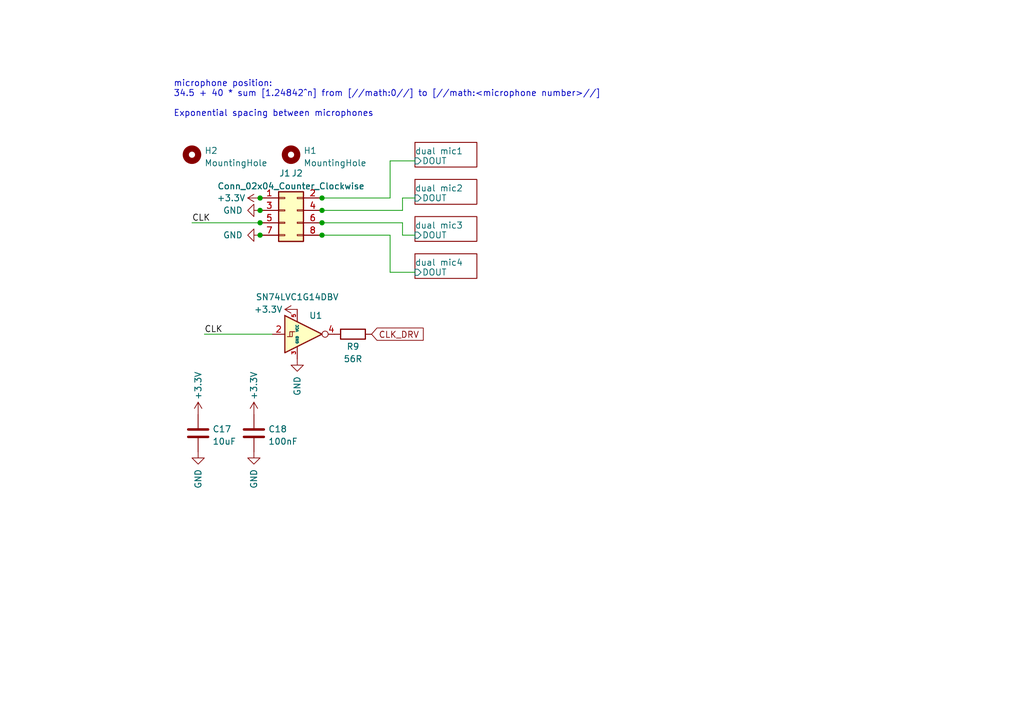
<source format=kicad_sch>
(kicad_sch (version 20211123) (generator eeschema)
  (paper "A5")
  (lib_symbols
    (symbol "74xGxx:SN74LVC1G14DBV"
      (property "Reference" "U" (at -2.54 5.08 0))
      (property "Value" "SN74LVC1G14DBV" (at 10.16 5.08 0))
      (symbol "SN74LVC1G14DBV_0_1"
        (polyline (pts (xy -1.016 0.508) (xy -0.508 0.508)))
        (polyline (pts (xy -2.54 3.81) (xy -2.54 -3.81) (xy 5.08 0) (xy -2.54 3.81)) (stroke (width 0.254)) (fill (type background)))
        (polyline (pts (xy -1.524 -0.508) (xy -1.524 0.508) (xy -1.016 0.508) (xy -1.016 -0.508) (xy -2.032 -0.508)))
        (circle (center 5.715 0) (radius 0.635))
      )
      (symbol "SN74LVC1G14DBV_1_1"
        (pin no_connect line (at 5.08 0 180) (length 2.54) hide (name "NC") (number "1"))
        (pin input line (at -5.08 0 0) (length 2.54) (name "~") (number "2"))
        (pin power_in line (at 0 -5.08 90) (length 2.54) (name "GND") (number "3"))
        (pin output line (at 7.62 0 180) (length 1.27) (name "~") (number "4"))
        (pin power_in line (at 0 5.08 270) (length 2.54) (name "VCC") (number "5"))
      )
    )
    (symbol "Connector_Generic:Conn_02x04_Odd_Even" (pin_names (offset 1.016) hide)
      (property "Reference" "J" (at 1.27 5.08 0))
      (property "Value" "Conn_02x04_Odd_Even" (at 1.27 -7.62 0))
      (symbol "Conn_02x04_Odd_Even_1_1"
        (rectangle (start -1.27 -4.953) (end 0 -5.207) (stroke (width 0.1524)))
        (rectangle (start -1.27 -2.413) (end 0 -2.667) (stroke (width 0.1524)))
        (rectangle (start -1.27 0.127) (end 0 -0.127) (stroke (width 0.1524)))
        (rectangle (start -1.27 2.667) (end 0 2.413) (stroke (width 0.1524)))
        (rectangle (start -1.27 3.81) (end 3.81 -6.35) (stroke (width 0.254)) (fill (type background)))
        (rectangle (start 3.81 -4.953) (end 2.54 -5.207) (stroke (width 0.1524)))
        (rectangle (start 3.81 -2.413) (end 2.54 -2.667) (stroke (width 0.1524)))
        (rectangle (start 3.81 0.127) (end 2.54 -0.127) (stroke (width 0.1524)))
        (rectangle (start 3.81 2.667) (end 2.54 2.413) (stroke (width 0.1524)))
        (pin passive line (at -5.08 2.54 0) (length 3.81) (name "Pin_1") (number "1"))
        (pin passive line (at 7.62 2.54 180) (length 3.81) (name "Pin_2") (number "2"))
        (pin passive line (at -5.08 0 0) (length 3.81) (name "Pin_3") (number "3"))
        (pin passive line (at 7.62 0 180) (length 3.81) (name "Pin_4") (number "4"))
        (pin passive line (at -5.08 -2.54 0) (length 3.81) (name "Pin_5") (number "5"))
        (pin passive line (at 7.62 -2.54 180) (length 3.81) (name "Pin_6") (number "6"))
        (pin passive line (at -5.08 -5.08 0) (length 3.81) (name "Pin_7") (number "7"))
        (pin passive line (at 7.62 -5.08 180) (length 3.81) (name "Pin_8") (number "8"))
      )
    )
    (symbol "Device:C" (pin_numbers hide) (pin_names (offset 0.254))
      (property "Reference" "C" (at 0.635 2.54 0))
      (property "Value" "C" (at 0.635 -2.54 0))
      (symbol "C_0_1"
        (polyline (pts (xy -2.032 -0.762) (xy 2.032 -0.762)) (stroke (width 0.508)))
        (polyline (pts (xy -2.032 0.762) (xy 2.032 0.762)) (stroke (width 0.508)))
      )
      (symbol "C_1_1"
        (pin passive line (at 0 3.81 270) (length 2.794) (name "~") (number "1"))
        (pin passive line (at 0 -3.81 90) (length 2.794) (name "~") (number "2"))
      )
    )
    (symbol "Device:R" (pin_numbers hide) (pin_names (offset 0))
      (property "Reference" "R" (at 2.032 0 90))
      (property "Value" "R" (at 0 0 90))
      (symbol "R_0_1"
        (rectangle (start -1.016 -2.54) (end 1.016 2.54) (stroke (width 0.254)))
      )
      (symbol "R_1_1"
        (pin passive line (at 0 3.81 270) (length 1.27) (name "~") (number "1"))
        (pin passive line (at 0 -3.81 90) (length 1.27) (name "~") (number "2"))
      )
    )
    (symbol "Mechanical:MountingHole" (pin_names (offset 1.016))
      (property "Reference" "H" (at 0 5.08 0))
      (property "Value" "MountingHole" (at 0 3.175 0))
      (symbol "MountingHole_0_1"
        (circle (center 0 0) (radius 1.27) (stroke (width 1.27)))
      )
    )
    (symbol "power:+3.3V" (power) (pin_names (offset 0))
      (property "Value" "+3.3V" (at 0 3.556 0))
      (symbol "+3.3V_0_1"
        (polyline (pts (xy -0.762 1.27) (xy 0 2.54)))
        (polyline (pts (xy 0 0) (xy 0 2.54)))
        (polyline (pts (xy 0 2.54) (xy 0.762 1.27)))
      )
      (symbol "+3.3V_1_1"
        (pin power_in line (at 0 0 90) (length 0) hide (name "+3.3V") (number "1"))
      )
    )
    (symbol "power:GND" (power) (pin_names (offset 0))
      (property "Value" "GND" (at 0 -3.81 0))
      (symbol "GND_0_1"
        (polyline (pts (xy 0 0) (xy 0 -1.27) (xy 1.27 -1.27) (xy 0 -2.54) (xy -1.27 -1.27) (xy 0 -1.27)))
      )
      (symbol "GND_1_1"
        (pin power_in line (at 0 0 270) (length 0) hide (name "GND") (number "1"))
      )
    )
  )
  (junction (at 53.34 45.72))
  (junction (at 53.34 40.64))
  (junction (at 66.04 45.72))
  (junction (at 66.04 48.26))
  (junction (at 53.34 48.26))
  (junction (at 53.34 43.18))
  (junction (at 66.04 43.18))
  (junction (at 66.04 40.64))
  (wire (pts (xy 80.01 33.02) (xy 85.09 33.02)))
  (wire (pts (xy 80.01 55.88) (xy 85.09 55.88)))
  (wire (pts (xy 66.04 43.18) (xy 82.55 43.18)))
  (wire (pts (xy 66.04 45.72) (xy 82.55 45.72)))
  (wire (pts (xy 80.01 40.64) (xy 80.01 33.02)))
  (wire (pts (xy 80.01 48.26) (xy 80.01 55.88)))
  (wire (pts (xy 39.37 45.72) (xy 53.34 45.72)))
  (wire (pts (xy 66.04 40.64) (xy 80.01 40.64)))
  (wire (pts (xy 85.09 40.64) (xy 82.55 40.64)))
  (wire (pts (xy 66.04 48.26) (xy 80.01 48.26)))
  (wire (pts (xy 82.55 45.72) (xy 82.55 48.26)))
  (wire (pts (xy 41.91 68.58) (xy 55.88 68.58)))
  (wire (pts (xy 82.55 48.26) (xy 85.09 48.26)))
  (wire (pts (xy 82.55 40.64) (xy 82.55 43.18)))
  (text "microphone position:\n34.5 + 40 * sum [1.24842^n] from [//math:0//] to [//math:<microphone number>//]\n\nExponential spacing between microphones" (at 35.56 24.13 0) (effects (font (size 1.27 1.27)) (justify left bottom)))
  (label "CLK" (at 41.91 68.58 0))
  (label "CLK" (at 39.37 45.72 0))
  (global_label "CLK_DRV" (shape input) (at 76.2 68.58 0) (property "Intersheet References" "${INTERSHEET_REFS}" (effects hide)))
  (symbol (lib_id "power:+3.3V") (at 60.96 63.5 90) (unit 1)
    (property "Reference" "#PWR0165" (effects hide))
    (property "Value" "+3.3V" (at 52.07 63.5 90) (effects (justify right)))
  )
  (symbol (lib_id "Device:C") (at 40.64 88.9 0) (unit 1)
    (property "Reference" "C17" (at 43.561 88.0653 0) (effects (justify left)))
    (property "Value" "10uF" (at 43.561 90.6022 0) (effects (justify left)))
    (property "Footprint" "Capacitor_SMD:C_0402_1005Metric" (effects hide))
  )
  (symbol (lib_id "power:GND") (at 40.64 92.71 0) (mirror y) (unit 1)
    (property "Reference" "#PWR0162" (effects hide))
    (property "Value" "GND" (at 40.64 100.33 90) (effects (justify left)))
  )
  (symbol (lib_id "power:+3.3V") (at 53.34 40.64 90) (unit 1)
    (property "Reference" "#PWR0101" (effects hide))
    (property "Value" "+3.3V" (at 44.45 40.64 90) (effects (justify right)))
  )
  (symbol (lib_id "power:+3.3V") (at 40.64 85.09 0) (unit 1)
    (property "Reference" "#PWR0163" (effects hide))
    (property "Value" "+3.3V" (at 40.64 76.2 90) (effects (justify right)))
  )
  (symbol (lib_id "Connector_Generic:Conn_02x04_Odd_Even") (at 58.42 43.18 0) (unit 1)
    (property "Reference" "J1" (at 58.42 35.56 0))
    (property "Value" "Conn_02x04_Counter_Clockwise" (at 59.69 38.2071 0))
    (property "Footprint" "Connector_PinSocket_2.00mm:PinSocket_2x04_P2.00mm_Vertical" (effects hide))
  )
  (symbol (lib_id "Mechanical:MountingHole") (at 59.69 31.75 0) (unit 1)
    (property "Reference" "H1" (at 62.23 30.9153 0) (effects (justify left)))
    (property "Value" "MountingHole" (at 62.23 33.4522 0) (effects (justify left)))
    (property "Footprint" "MountingHole:MountingHole_3.2mm_M3" (effects hide))
  )
  (symbol (lib_id "Device:R") (at 72.39 68.58 90) (unit 1)
    (property "Reference" "R9" (at 72.39 71.12 90))
    (property "Value" "56R" (at 72.39 73.66 90))
    (property "Footprint" "Resistor_SMD:R_0402_1005Metric" (effects hide))
  )
  (symbol (lib_id "power:GND") (at 53.34 48.26 270) (mirror x) (unit 1)
    (property "Reference" "#PWR0102" (effects hide))
    (property "Value" "GND" (at 45.72 48.26 90) (effects (justify left)))
  )
  (symbol (lib_id "power:GND") (at 60.96 73.66 0) (mirror y) (unit 1)
    (property "Reference" "#PWR0164" (effects hide))
    (property "Value" "GND" (at 60.96 81.28 90) (effects (justify left)))
  )
  (symbol (lib_id "power:GND") (at 52.07 92.71 0) (mirror y) (unit 1)
    (property "Reference" "#PWR0161" (effects hide))
    (property "Value" "GND" (at 52.07 100.33 90) (effects (justify left)))
  )
  (symbol (lib_id "Mechanical:MountingHole") (at 39.37 31.75 0) (unit 1)
    (property "Reference" "H2" (at 41.91 30.9153 0) (effects (justify left)))
    (property "Value" "MountingHole" (at 41.91 33.4522 0) (effects (justify left)))
    (property "Footprint" "MountingHole:MountingHole_3.2mm_M3" (effects hide))
  )
  (symbol (lib_id "power:+3.3V") (at 52.07 85.09 0) (unit 1)
    (property "Reference" "#PWR0160" (effects hide))
    (property "Value" "+3.3V" (at 52.07 76.2 90) (effects (justify right)))
  )
  (symbol (lib_id "74xGxx:SN74LVC1G14DBV") (at 60.96 68.58 0) (unit 1)
    (property "Reference" "U1" (at 64.77 64.77 0))
    (property "Value" "SN74LVC1G14DBV" (at 60.96 60.96 0))
    (property "Footprint" "Package_TO_SOT_SMD:SOT-23-5" (effects hide))
    (property "Datasheet" "http://www.ti.com/lit/ds/symlink/sn74lvc1g14.pdf" (effects hide))
  )
  (symbol (lib_id "Device:C") (at 52.07 88.9 0) (unit 1)
    (property "Reference" "C18" (at 54.991 88.0653 0) (effects (justify left)))
    (property "Value" "100nF" (at 54.991 90.6022 0) (effects (justify left)))
    (property "Footprint" "Capacitor_SMD:C_0402_1005Metric" (effects hide))
  )
  (symbol (lib_id "power:GND") (at 53.34 43.18 270) (mirror x) (unit 1)
    (property "Reference" "#PWR0103" (effects hide))
    (property "Value" "GND" (at 45.72 43.18 90) (effects (justify left)))
  )
  (symbol (lib_id "Connector_Generic:Conn_02x04_Odd_Even") (at 58.42 43.18 0) (unit 1)
    (property "Reference" "J2" (at 60.96 35.56 0))
    (property "Value" "Conn_02x04_Counter_Clockwise" (at 59.69 38.2071 0))
    (property "Footprint" "Connector_PinHeader_2.54mm:PinHeader_2x04_P2.54mm_Vertical" (effects hide))
  )
  (sheet (at 85.09 36.83) (size 12.7 5.08) (stroke (width 0.1524))
    (property "Sheet name" "dual mic2" (at 85.09 39.37 0) (effects (justify left bottom)))
    (property "Sheet file" "dual_mic.kicad_sch" (effects hide))
    (pin "DOUT" input (at 85.09 40.64 180))
  )
  (sheet (at 85.09 29.21) (size 12.7 5.08) (stroke (width 0.1524))
    (property "Sheet name" "dual mic1" (at 85.09 31.75 0) (effects (justify left bottom)))
    (property "Sheet file" "dual_mic.kicad_sch" (effects hide))
    (pin "DOUT" input (at 85.09 33.02 180))
  )
  (sheet (at 85.09 52.07) (size 12.7 5.08) (stroke (width 0.1524))
    (property "Sheet name" "dual mic4" (at 85.09 54.61 0) (effects (justify left bottom)))
    (property "Sheet file" "dual_mic.kicad_sch" (effects hide))
    (pin "DOUT" input (at 85.09 55.88 180))
  )
  (sheet (at 85.09 44.45) (size 12.7 5.08) (stroke (width 0.1524))
    (property "Sheet name" "dual mic3" (at 85.09 46.99 0) (effects (justify left bottom)))
    (property "Sheet file" "dual_mic.kicad_sch" (effects hide))
    (pin "DOUT" input (at 85.09 48.26 180))
  )
)
</source>
